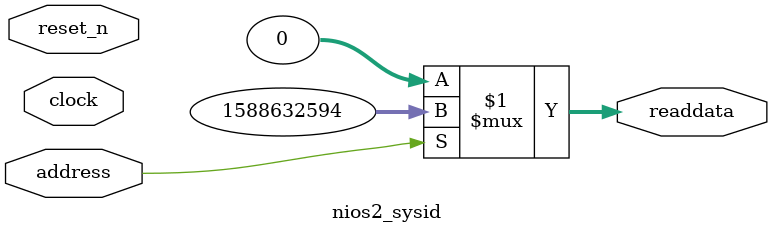
<source format=v>

`timescale 1ns / 1ps
// synthesis translate_on

// turn off superfluous verilog processor warnings 
// altera message_level Level1 
// altera message_off 10034 10035 10036 10037 10230 10240 10030 

module nios2_sysid (
               // inputs:
                address,
                clock,
                reset_n,

               // outputs:
                readdata
             )
;

  output  [ 31: 0] readdata;
  input            address;
  input            clock;
  input            reset_n;

  wire    [ 31: 0] readdata;
  //control_slave, which is an e_avalon_slave
  assign readdata = address ? 1588632594 : 0;

endmodule




</source>
